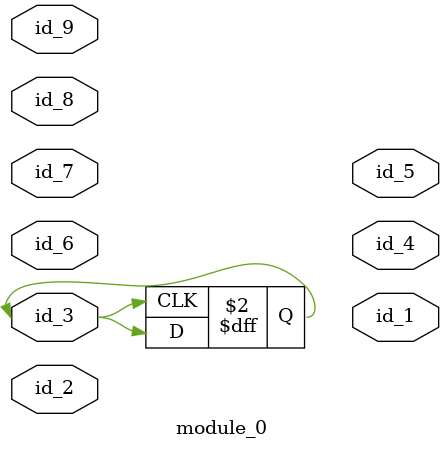
<source format=v>
`define pp_9 0
module module_0 (
    id_1,
    id_2,
    id_3,
    id_4,
    id_5,
    id_6,
    id_7,
    id_8,
    id_9
);
  input id_9;
  input id_8;
  input id_7;
  inout id_6;
  output id_5;
  output id_4;
  inout id_3;
  inout id_2;
  output id_1;
  always @(posedge id_3[1'h0]) id_3 = id_3;
endmodule

</source>
